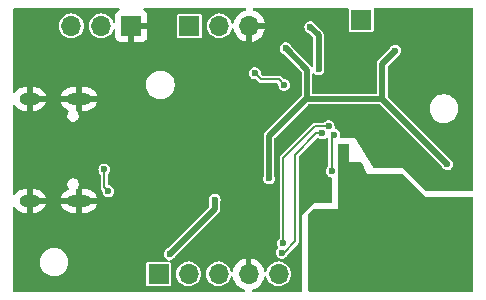
<source format=gbl>
G04 #@! TF.GenerationSoftware,KiCad,Pcbnew,8.0.3-8.0.3-0~ubuntu22.04.1*
G04 #@! TF.CreationDate,2025-02-10T22:12:32+01:00*
G04 #@! TF.ProjectId,garland_controller,6761726c-616e-4645-9f63-6f6e74726f6c,0.1*
G04 #@! TF.SameCoordinates,Original*
G04 #@! TF.FileFunction,Copper,L2,Bot*
G04 #@! TF.FilePolarity,Positive*
%FSLAX46Y46*%
G04 Gerber Fmt 4.6, Leading zero omitted, Abs format (unit mm)*
G04 Created by KiCad (PCBNEW 8.0.3-8.0.3-0~ubuntu22.04.1) date 2025-02-10 22:12:32*
%MOMM*%
%LPD*%
G01*
G04 APERTURE LIST*
G04 #@! TA.AperFunction,ComponentPad*
%ADD10R,1.700000X1.700000*%
G04 #@! TD*
G04 #@! TA.AperFunction,ComponentPad*
%ADD11O,1.700000X1.700000*%
G04 #@! TD*
G04 #@! TA.AperFunction,ComponentPad*
%ADD12O,2.100000X1.000000*%
G04 #@! TD*
G04 #@! TA.AperFunction,ComponentPad*
%ADD13O,1.800000X1.000000*%
G04 #@! TD*
G04 #@! TA.AperFunction,ViaPad*
%ADD14C,0.600000*%
G04 #@! TD*
G04 #@! TA.AperFunction,Conductor*
%ADD15C,0.500000*%
G04 #@! TD*
G04 #@! TA.AperFunction,Conductor*
%ADD16C,0.200000*%
G04 #@! TD*
G04 APERTURE END LIST*
D10*
X110540000Y-57000000D03*
D11*
X108000000Y-57000000D03*
X105460000Y-57000000D03*
D10*
X112840000Y-78000000D03*
D11*
X115380000Y-78000000D03*
X117920000Y-78000000D03*
X120460000Y-78000000D03*
X123000000Y-78000000D03*
D10*
X115460000Y-57000000D03*
D11*
X118000000Y-57000000D03*
X120540000Y-57000000D03*
D12*
X106105000Y-63180000D03*
D13*
X101925000Y-63180000D03*
D12*
X106105000Y-71820000D03*
D13*
X101925000Y-71820000D03*
D10*
X130000000Y-56500000D03*
D14*
X129799265Y-68950735D03*
X106200000Y-73800000D03*
X129800000Y-66100000D03*
X127150000Y-61000000D03*
X120700000Y-64800000D03*
X135357100Y-62170237D03*
X127900000Y-56800000D03*
X138500000Y-60500000D03*
X121100000Y-73200000D03*
X132817100Y-74870237D03*
X117577100Y-69790237D03*
X125889352Y-64250000D03*
X109957100Y-62170237D03*
X116500000Y-61400000D03*
X109957100Y-72330237D03*
X115037100Y-62170237D03*
X104877100Y-67250237D03*
X112497100Y-57090237D03*
X137897100Y-72330237D03*
X109957100Y-77410237D03*
X137200000Y-67100000D03*
X130277100Y-72330237D03*
X115037100Y-69790237D03*
X132817100Y-77410237D03*
X102337100Y-74870237D03*
X110837500Y-64837500D03*
X112700000Y-72500000D03*
X109000000Y-78900000D03*
X104500000Y-60000000D03*
X113800000Y-76300000D03*
X122200000Y-69900000D03*
X132900000Y-59100000D03*
X123600000Y-58900000D03*
X137300000Y-68700000D03*
X126386678Y-60680739D03*
X117600000Y-71700000D03*
X125700000Y-57100000D03*
X127700000Y-66200000D03*
X127500000Y-69300000D03*
X108250000Y-69150000D03*
X108600000Y-71000000D03*
X126684313Y-66100000D03*
X123286863Y-76191962D03*
X127250000Y-65500000D03*
X123400000Y-75400000D03*
X121000000Y-61000000D03*
X123500000Y-62000000D03*
D15*
X125400000Y-60700000D02*
X123600000Y-58900000D01*
X131800000Y-63200000D02*
X137300000Y-68700000D01*
X125300000Y-63200000D02*
X131800000Y-63200000D01*
X125400000Y-63200000D02*
X125400000Y-60700000D01*
X126386678Y-57786678D02*
X125700000Y-57100000D01*
X122200000Y-69900000D02*
X122200000Y-66300000D01*
X131800000Y-63200000D02*
X131800000Y-60200000D01*
X125300000Y-63200000D02*
X125400000Y-63200000D01*
X113800000Y-76300000D02*
X117600000Y-72500000D01*
X122200000Y-66300000D02*
X125300000Y-63200000D01*
X126386678Y-60680739D02*
X126386678Y-57786678D01*
X131800000Y-60200000D02*
X132900000Y-59100000D01*
X117600000Y-72500000D02*
X117600000Y-71700000D01*
D16*
X127700000Y-66200000D02*
X127500000Y-66400000D01*
X127500000Y-66400000D02*
X127500000Y-69300000D01*
X108250000Y-70650000D02*
X108600000Y-71000000D01*
X108250000Y-69150000D02*
X108250000Y-70650000D01*
X126200000Y-66100000D02*
X124400000Y-67900000D01*
X126684313Y-66100000D02*
X126200000Y-66100000D01*
X123456567Y-76191962D02*
X123286863Y-76191962D01*
X124400000Y-67900000D02*
X124400000Y-75248529D01*
X124400000Y-75248529D02*
X123456567Y-76191962D01*
X123400000Y-68200000D02*
X123400000Y-75400000D01*
X127250000Y-65500000D02*
X126100000Y-65500000D01*
X126100000Y-65500000D02*
X123400000Y-68200000D01*
X123500000Y-62000000D02*
X123000000Y-61500000D01*
X123000000Y-61500000D02*
X121500000Y-61500000D01*
X121500000Y-61500000D02*
X121000000Y-61000000D01*
G04 #@! TA.AperFunction,Conductor*
G36*
X109510083Y-55519407D02*
G01*
X109546047Y-55568907D01*
X109546047Y-55630093D01*
X109510083Y-55679593D01*
X109486489Y-55692258D01*
X109447909Y-55706647D01*
X109332815Y-55792807D01*
X109332807Y-55792815D01*
X109246647Y-55907909D01*
X109246646Y-55907911D01*
X109196403Y-56042618D01*
X109196401Y-56042629D01*
X109190000Y-56102175D01*
X109190000Y-56636638D01*
X109171093Y-56694829D01*
X109121593Y-56730793D01*
X109060407Y-56730793D01*
X109010907Y-56694829D01*
X108996263Y-56665376D01*
X108976401Y-56599901D01*
X108975232Y-56596046D01*
X108877685Y-56413550D01*
X108746410Y-56253590D01*
X108596123Y-56130253D01*
X108586452Y-56122316D01*
X108403954Y-56024768D01*
X108205934Y-55964699D01*
X108205929Y-55964698D01*
X108000003Y-55944417D01*
X107999997Y-55944417D01*
X107794070Y-55964698D01*
X107794065Y-55964699D01*
X107596045Y-56024768D01*
X107413547Y-56122316D01*
X107253595Y-56253585D01*
X107253585Y-56253595D01*
X107122316Y-56413547D01*
X107024768Y-56596045D01*
X106964699Y-56794065D01*
X106964698Y-56794070D01*
X106944417Y-56999996D01*
X106944417Y-57000003D01*
X106964698Y-57205929D01*
X106964699Y-57205934D01*
X107024768Y-57403954D01*
X107122316Y-57586452D01*
X107237964Y-57727370D01*
X107253590Y-57746410D01*
X107253595Y-57746414D01*
X107413547Y-57877683D01*
X107413548Y-57877683D01*
X107413550Y-57877685D01*
X107596046Y-57975232D01*
X107724801Y-58014289D01*
X107794065Y-58035300D01*
X107794070Y-58035301D01*
X107999997Y-58055583D01*
X108000000Y-58055583D01*
X108000003Y-58055583D01*
X108205929Y-58035301D01*
X108205934Y-58035300D01*
X108403954Y-57975232D01*
X108586450Y-57877685D01*
X108746410Y-57746410D01*
X108877685Y-57586450D01*
X108975232Y-57403954D01*
X108996263Y-57334622D01*
X109031248Y-57284426D01*
X109089056Y-57264380D01*
X109147607Y-57282141D01*
X109184536Y-57330925D01*
X109190000Y-57363361D01*
X109190000Y-57897824D01*
X109189999Y-57897824D01*
X109196401Y-57957370D01*
X109196403Y-57957381D01*
X109246646Y-58092088D01*
X109246647Y-58092090D01*
X109332807Y-58207184D01*
X109332815Y-58207192D01*
X109447909Y-58293352D01*
X109447911Y-58293353D01*
X109582618Y-58343596D01*
X109582629Y-58343598D01*
X109642176Y-58350000D01*
X110289999Y-58350000D01*
X110290000Y-58349999D01*
X110290000Y-57433012D01*
X110347007Y-57465925D01*
X110474174Y-57500000D01*
X110605826Y-57500000D01*
X110732993Y-57465925D01*
X110790000Y-57433012D01*
X110790000Y-58349999D01*
X110790001Y-58350000D01*
X111437824Y-58350000D01*
X111497370Y-58343598D01*
X111497381Y-58343596D01*
X111632088Y-58293353D01*
X111632090Y-58293352D01*
X111747184Y-58207192D01*
X111747192Y-58207184D01*
X111833352Y-58092090D01*
X111833353Y-58092088D01*
X111883596Y-57957381D01*
X111883598Y-57957370D01*
X111890000Y-57897824D01*
X111890000Y-57250001D01*
X111889999Y-57250000D01*
X110973012Y-57250000D01*
X111005925Y-57192993D01*
X111040000Y-57065826D01*
X111040000Y-56934174D01*
X111005925Y-56807007D01*
X110973012Y-56750000D01*
X111889999Y-56750000D01*
X111890000Y-56749999D01*
X111890000Y-56130253D01*
X114409500Y-56130253D01*
X114409500Y-57869746D01*
X114409501Y-57869758D01*
X114421132Y-57928227D01*
X114421134Y-57928233D01*
X114465445Y-57994548D01*
X114465448Y-57994552D01*
X114531769Y-58038867D01*
X114576231Y-58047711D01*
X114590241Y-58050498D01*
X114590246Y-58050498D01*
X114590252Y-58050500D01*
X114590253Y-58050500D01*
X116329747Y-58050500D01*
X116329748Y-58050500D01*
X116388231Y-58038867D01*
X116454552Y-57994552D01*
X116498867Y-57928231D01*
X116510500Y-57869748D01*
X116510500Y-56130252D01*
X116508921Y-56122316D01*
X116504915Y-56102175D01*
X116498867Y-56071769D01*
X116454552Y-56005448D01*
X116454548Y-56005445D01*
X116388233Y-55961134D01*
X116388231Y-55961133D01*
X116388228Y-55961132D01*
X116388227Y-55961132D01*
X116329758Y-55949501D01*
X116329748Y-55949500D01*
X114590252Y-55949500D01*
X114590251Y-55949500D01*
X114590241Y-55949501D01*
X114531772Y-55961132D01*
X114531766Y-55961134D01*
X114465451Y-56005445D01*
X114465445Y-56005451D01*
X114421134Y-56071766D01*
X114421132Y-56071772D01*
X114409501Y-56130241D01*
X114409500Y-56130253D01*
X111890000Y-56130253D01*
X111890000Y-56102175D01*
X111883598Y-56042629D01*
X111883596Y-56042618D01*
X111833353Y-55907911D01*
X111833352Y-55907909D01*
X111747192Y-55792815D01*
X111747184Y-55792807D01*
X111632090Y-55706647D01*
X111593511Y-55692258D01*
X111545597Y-55654208D01*
X111529199Y-55595261D01*
X111550581Y-55537933D01*
X111601575Y-55504122D01*
X111628108Y-55500500D01*
X120168231Y-55500500D01*
X120226422Y-55519407D01*
X120262386Y-55568907D01*
X120262386Y-55630093D01*
X120226422Y-55679593D01*
X120193854Y-55695127D01*
X120076505Y-55726570D01*
X119862432Y-55826394D01*
X119862424Y-55826398D01*
X119668926Y-55961886D01*
X119501886Y-56128926D01*
X119366398Y-56322424D01*
X119366394Y-56322432D01*
X119266570Y-56536505D01*
X119211183Y-56743213D01*
X119177859Y-56794527D01*
X119120737Y-56816454D01*
X119061637Y-56800618D01*
X119023132Y-56753068D01*
X119020819Y-56746328D01*
X119019874Y-56743213D01*
X118975232Y-56596046D01*
X118877685Y-56413550D01*
X118746410Y-56253590D01*
X118596123Y-56130253D01*
X118586452Y-56122316D01*
X118403954Y-56024768D01*
X118205934Y-55964699D01*
X118205929Y-55964698D01*
X118000003Y-55944417D01*
X117999997Y-55944417D01*
X117794070Y-55964698D01*
X117794065Y-55964699D01*
X117596045Y-56024768D01*
X117413547Y-56122316D01*
X117253595Y-56253585D01*
X117253585Y-56253595D01*
X117122316Y-56413547D01*
X117024768Y-56596045D01*
X116964699Y-56794065D01*
X116964698Y-56794070D01*
X116944417Y-56999996D01*
X116944417Y-57000003D01*
X116964698Y-57205929D01*
X116964699Y-57205934D01*
X117024768Y-57403954D01*
X117122316Y-57586452D01*
X117237964Y-57727370D01*
X117253590Y-57746410D01*
X117253595Y-57746414D01*
X117413547Y-57877683D01*
X117413548Y-57877683D01*
X117413550Y-57877685D01*
X117596046Y-57975232D01*
X117724801Y-58014289D01*
X117794065Y-58035300D01*
X117794070Y-58035301D01*
X117999997Y-58055583D01*
X118000000Y-58055583D01*
X118000003Y-58055583D01*
X118205929Y-58035301D01*
X118205934Y-58035300D01*
X118403954Y-57975232D01*
X118586450Y-57877685D01*
X118746410Y-57746410D01*
X118877685Y-57586450D01*
X118975232Y-57403954D01*
X119020819Y-57253670D01*
X119055804Y-57203474D01*
X119113612Y-57183428D01*
X119172163Y-57201189D01*
X119209092Y-57249973D01*
X119211183Y-57256786D01*
X119266569Y-57463489D01*
X119366399Y-57677577D01*
X119501886Y-57871073D01*
X119668926Y-58038113D01*
X119862422Y-58173600D01*
X120076509Y-58273430D01*
X120290000Y-58330634D01*
X120290000Y-57433012D01*
X120347007Y-57465925D01*
X120474174Y-57500000D01*
X120605826Y-57500000D01*
X120732993Y-57465925D01*
X120790000Y-57433012D01*
X120790000Y-58330633D01*
X121003490Y-58273430D01*
X121217577Y-58173600D01*
X121411073Y-58038113D01*
X121578113Y-57871073D01*
X121713600Y-57677577D01*
X121813430Y-57463489D01*
X121870636Y-57250000D01*
X120973012Y-57250000D01*
X121005925Y-57192993D01*
X121040000Y-57065826D01*
X121040000Y-56934174D01*
X121005925Y-56807007D01*
X120973012Y-56750000D01*
X121870636Y-56750000D01*
X121813429Y-56536505D01*
X121713605Y-56322432D01*
X121713601Y-56322424D01*
X121578113Y-56128926D01*
X121411073Y-55961886D01*
X121217577Y-55826399D01*
X121003489Y-55726569D01*
X120886146Y-55695127D01*
X120834832Y-55661803D01*
X120812905Y-55604681D01*
X120828741Y-55545581D01*
X120876290Y-55507076D01*
X120911769Y-55500500D01*
X128854677Y-55500500D01*
X128912868Y-55519407D01*
X128948832Y-55568907D01*
X128951775Y-55618814D01*
X128949500Y-55630249D01*
X128949500Y-57369746D01*
X128949501Y-57369758D01*
X128961132Y-57428227D01*
X128961134Y-57428233D01*
X128997156Y-57482143D01*
X129005448Y-57494552D01*
X129071769Y-57538867D01*
X129116231Y-57547711D01*
X129130241Y-57550498D01*
X129130246Y-57550498D01*
X129130252Y-57550500D01*
X129130253Y-57550500D01*
X130869747Y-57550500D01*
X130869748Y-57550500D01*
X130928231Y-57538867D01*
X130994552Y-57494552D01*
X131038867Y-57428231D01*
X131050500Y-57369748D01*
X131050500Y-55630252D01*
X131048225Y-55618814D01*
X131055417Y-55558053D01*
X131096949Y-55513123D01*
X131145323Y-55500500D01*
X139400500Y-55500500D01*
X139458691Y-55519407D01*
X139494655Y-55568907D01*
X139499500Y-55599500D01*
X139499500Y-70901000D01*
X139480593Y-70959191D01*
X139431093Y-70995155D01*
X139400500Y-71000000D01*
X135541008Y-71000000D01*
X135482817Y-70981093D01*
X135471004Y-70971004D01*
X134501500Y-70001500D01*
X133500000Y-69000000D01*
X133499999Y-69000000D01*
X131056053Y-69000000D01*
X130997862Y-68981093D01*
X130971161Y-68951935D01*
X129500000Y-66500000D01*
X128267265Y-66500000D01*
X128209074Y-66481093D01*
X128173110Y-66431593D01*
X128173110Y-66370407D01*
X128177211Y-66359874D01*
X128185166Y-66342454D01*
X128205647Y-66200002D01*
X128205647Y-66199997D01*
X128185165Y-66057543D01*
X128125377Y-65926628D01*
X128125377Y-65926627D01*
X128031128Y-65817857D01*
X128031127Y-65817856D01*
X128031126Y-65817855D01*
X127910057Y-65740049D01*
X127910054Y-65740048D01*
X127910053Y-65740047D01*
X127879131Y-65730967D01*
X127811095Y-65710990D01*
X127760588Y-65676454D01*
X127740027Y-65618826D01*
X127740995Y-65601911D01*
X127755647Y-65500002D01*
X127755647Y-65499997D01*
X127735165Y-65357543D01*
X127675377Y-65226628D01*
X127675377Y-65226627D01*
X127581128Y-65117857D01*
X127581127Y-65117856D01*
X127581126Y-65117855D01*
X127460057Y-65040049D01*
X127460054Y-65040047D01*
X127460053Y-65040047D01*
X127460050Y-65040046D01*
X127321964Y-64999500D01*
X127321961Y-64999500D01*
X127178039Y-64999500D01*
X127178035Y-64999500D01*
X127039949Y-65040046D01*
X127039942Y-65040049D01*
X126918876Y-65117854D01*
X126918871Y-65117858D01*
X126877736Y-65165331D01*
X126825340Y-65196927D01*
X126802917Y-65199500D01*
X126139562Y-65199500D01*
X126060438Y-65199500D01*
X126019385Y-65210500D01*
X125984007Y-65219979D01*
X125915493Y-65259536D01*
X123215489Y-67959540D01*
X123215488Y-67959539D01*
X123159539Y-68015489D01*
X123119980Y-68084007D01*
X123119978Y-68084011D01*
X123099500Y-68160435D01*
X123099500Y-74946105D01*
X123080593Y-75004296D01*
X123073258Y-75012289D01*
X123073509Y-75012506D01*
X122974622Y-75126628D01*
X122914834Y-75257543D01*
X122894353Y-75399997D01*
X122894353Y-75400002D01*
X122914834Y-75542456D01*
X122974620Y-75673367D01*
X122974623Y-75673373D01*
X122974626Y-75673376D01*
X122977811Y-75678332D01*
X122993367Y-75737507D01*
X122971170Y-75794524D01*
X122959365Y-75806672D01*
X122955740Y-75809813D01*
X122861485Y-75918590D01*
X122801697Y-76049505D01*
X122781216Y-76191959D01*
X122781216Y-76191964D01*
X122801697Y-76334418D01*
X122851037Y-76442456D01*
X122861486Y-76465335D01*
X122870862Y-76476155D01*
X122955736Y-76574106D01*
X123076805Y-76651912D01*
X123076810Y-76651915D01*
X123136237Y-76669364D01*
X123214898Y-76692461D01*
X123214899Y-76692461D01*
X123214902Y-76692462D01*
X123214904Y-76692462D01*
X123358822Y-76692462D01*
X123358824Y-76692462D01*
X123496916Y-76651915D01*
X123617991Y-76574105D01*
X123712240Y-76465335D01*
X123772028Y-76334419D01*
X123772870Y-76328559D01*
X123799862Y-76273651D01*
X123800790Y-76272708D01*
X124640460Y-75433040D01*
X124659536Y-75400000D01*
X124680020Y-75364521D01*
X124680020Y-75364519D01*
X124680022Y-75364517D01*
X124700500Y-75288091D01*
X124700500Y-75208967D01*
X124700500Y-68065478D01*
X124719407Y-68007287D01*
X124729490Y-67995480D01*
X126229592Y-66495377D01*
X126284107Y-66467602D01*
X126344539Y-66477173D01*
X126353118Y-66482099D01*
X126353183Y-66482140D01*
X126353185Y-66482143D01*
X126474260Y-66559953D01*
X126580716Y-66591211D01*
X126612348Y-66600499D01*
X126612349Y-66600499D01*
X126612352Y-66600500D01*
X126612354Y-66600500D01*
X126756272Y-66600500D01*
X126756274Y-66600500D01*
X126894366Y-66559953D01*
X127015441Y-66482143D01*
X127025680Y-66470325D01*
X127078076Y-66438730D01*
X127139037Y-66443966D01*
X127185278Y-66484033D01*
X127199500Y-66535157D01*
X127199500Y-68846105D01*
X127180593Y-68904296D01*
X127173258Y-68912289D01*
X127173509Y-68912506D01*
X127168872Y-68917856D01*
X127168872Y-68917857D01*
X127114078Y-68981093D01*
X127074622Y-69026628D01*
X127014834Y-69157543D01*
X126994353Y-69299997D01*
X126994353Y-69300002D01*
X127014834Y-69442456D01*
X127059043Y-69539259D01*
X127074623Y-69573373D01*
X127168872Y-69682143D01*
X127168873Y-69682144D01*
X127198570Y-69701229D01*
X127289947Y-69759953D01*
X127428039Y-69800500D01*
X127428040Y-69800500D01*
X127428891Y-69800750D01*
X127479398Y-69835286D01*
X127499960Y-69892913D01*
X127500000Y-69895740D01*
X127500000Y-71901000D01*
X127481093Y-71959191D01*
X127431593Y-71995155D01*
X127401000Y-72000000D01*
X126000000Y-72000000D01*
X125000000Y-73000000D01*
X125000000Y-73000001D01*
X125000000Y-79400500D01*
X124981093Y-79458691D01*
X124931593Y-79494655D01*
X124901000Y-79499500D01*
X120831769Y-79499500D01*
X120773578Y-79480593D01*
X120737614Y-79431093D01*
X120737614Y-79369907D01*
X120773578Y-79320407D01*
X120806146Y-79304873D01*
X120923489Y-79273430D01*
X121137577Y-79173600D01*
X121331073Y-79038113D01*
X121498113Y-78871073D01*
X121633600Y-78677577D01*
X121733430Y-78463490D01*
X121788816Y-78256786D01*
X121822140Y-78205472D01*
X121879261Y-78183545D01*
X121938362Y-78199380D01*
X121976867Y-78246930D01*
X121979180Y-78253671D01*
X122024768Y-78403954D01*
X122122316Y-78586452D01*
X122253585Y-78746404D01*
X122253590Y-78746410D01*
X122253595Y-78746414D01*
X122413547Y-78877683D01*
X122413548Y-78877683D01*
X122413550Y-78877685D01*
X122596046Y-78975232D01*
X122733997Y-79017078D01*
X122794065Y-79035300D01*
X122794070Y-79035301D01*
X122999997Y-79055583D01*
X123000000Y-79055583D01*
X123000003Y-79055583D01*
X123205929Y-79035301D01*
X123205934Y-79035300D01*
X123403954Y-78975232D01*
X123586450Y-78877685D01*
X123746410Y-78746410D01*
X123877685Y-78586450D01*
X123975232Y-78403954D01*
X124035300Y-78205934D01*
X124035301Y-78205929D01*
X124055583Y-78000003D01*
X124055583Y-77999996D01*
X124035301Y-77794070D01*
X124035300Y-77794065D01*
X123986879Y-77634443D01*
X123975232Y-77596046D01*
X123877685Y-77413550D01*
X123746410Y-77253590D01*
X123596123Y-77130253D01*
X123586452Y-77122316D01*
X123403954Y-77024768D01*
X123205934Y-76964699D01*
X123205929Y-76964698D01*
X123000003Y-76944417D01*
X122999997Y-76944417D01*
X122794070Y-76964698D01*
X122794065Y-76964699D01*
X122596045Y-77024768D01*
X122413547Y-77122316D01*
X122253595Y-77253585D01*
X122253585Y-77253595D01*
X122122316Y-77413547D01*
X122024769Y-77596044D01*
X122024768Y-77596046D01*
X122013121Y-77634443D01*
X121979180Y-77746329D01*
X121944195Y-77796525D01*
X121886386Y-77816571D01*
X121827836Y-77798810D01*
X121790907Y-77750025D01*
X121788816Y-77743213D01*
X121733429Y-77536504D01*
X121633605Y-77322432D01*
X121633601Y-77322424D01*
X121498113Y-77128926D01*
X121331073Y-76961886D01*
X121137577Y-76826399D01*
X120923489Y-76726569D01*
X120710000Y-76669364D01*
X120710000Y-77566988D01*
X120652993Y-77534075D01*
X120525826Y-77500000D01*
X120394174Y-77500000D01*
X120267007Y-77534075D01*
X120210000Y-77566988D01*
X120210000Y-76669364D01*
X119996505Y-76726570D01*
X119782432Y-76826394D01*
X119782424Y-76826398D01*
X119588926Y-76961886D01*
X119421886Y-77128926D01*
X119286398Y-77322424D01*
X119286394Y-77322432D01*
X119186570Y-77536505D01*
X119131183Y-77743213D01*
X119097859Y-77794527D01*
X119040737Y-77816454D01*
X118981637Y-77800618D01*
X118943132Y-77753068D01*
X118940819Y-77746328D01*
X118906879Y-77634443D01*
X118895232Y-77596046D01*
X118797685Y-77413550D01*
X118666410Y-77253590D01*
X118516123Y-77130253D01*
X118506452Y-77122316D01*
X118323954Y-77024768D01*
X118125934Y-76964699D01*
X118125929Y-76964698D01*
X117920003Y-76944417D01*
X117919997Y-76944417D01*
X117714070Y-76964698D01*
X117714065Y-76964699D01*
X117516045Y-77024768D01*
X117333547Y-77122316D01*
X117173595Y-77253585D01*
X117173585Y-77253595D01*
X117042316Y-77413547D01*
X116944768Y-77596045D01*
X116884699Y-77794065D01*
X116884698Y-77794070D01*
X116864417Y-77999996D01*
X116864417Y-78000003D01*
X116884698Y-78205929D01*
X116884699Y-78205934D01*
X116944768Y-78403954D01*
X117042316Y-78586452D01*
X117173585Y-78746404D01*
X117173590Y-78746410D01*
X117173595Y-78746414D01*
X117333547Y-78877683D01*
X117333548Y-78877683D01*
X117333550Y-78877685D01*
X117516046Y-78975232D01*
X117653997Y-79017078D01*
X117714065Y-79035300D01*
X117714070Y-79035301D01*
X117919997Y-79055583D01*
X117920000Y-79055583D01*
X117920003Y-79055583D01*
X118125929Y-79035301D01*
X118125934Y-79035300D01*
X118323954Y-78975232D01*
X118506450Y-78877685D01*
X118666410Y-78746410D01*
X118797685Y-78586450D01*
X118895232Y-78403954D01*
X118940819Y-78253670D01*
X118975804Y-78203474D01*
X119033612Y-78183428D01*
X119092163Y-78201189D01*
X119129092Y-78249973D01*
X119131183Y-78256786D01*
X119186569Y-78463489D01*
X119286399Y-78677577D01*
X119421886Y-78871073D01*
X119588926Y-79038113D01*
X119782422Y-79173600D01*
X119996510Y-79273430D01*
X120113854Y-79304873D01*
X120165168Y-79338197D01*
X120187095Y-79395319D01*
X120171259Y-79454419D01*
X120123710Y-79492924D01*
X120088231Y-79499500D01*
X100599500Y-79499500D01*
X100541309Y-79480593D01*
X100505345Y-79431093D01*
X100500500Y-79400500D01*
X100500500Y-76904728D01*
X102789500Y-76904728D01*
X102789500Y-77095271D01*
X102819306Y-77283456D01*
X102878185Y-77464669D01*
X102964687Y-77634439D01*
X102964689Y-77634443D01*
X103076677Y-77788582D01*
X103076679Y-77788584D01*
X103076682Y-77788588D01*
X103211412Y-77923318D01*
X103211415Y-77923320D01*
X103211417Y-77923322D01*
X103365556Y-78035310D01*
X103365560Y-78035312D01*
X103535329Y-78121814D01*
X103716541Y-78180693D01*
X103791817Y-78192615D01*
X103904729Y-78210500D01*
X103904732Y-78210500D01*
X104095271Y-78210500D01*
X104205801Y-78192993D01*
X104283459Y-78180693D01*
X104464671Y-78121814D01*
X104634440Y-78035312D01*
X104788588Y-77923318D01*
X104923318Y-77788588D01*
X105035312Y-77634440D01*
X105121814Y-77464671D01*
X105180693Y-77283459D01*
X105204959Y-77130253D01*
X111789500Y-77130253D01*
X111789500Y-78869746D01*
X111789501Y-78869758D01*
X111801132Y-78928227D01*
X111801134Y-78928233D01*
X111845445Y-78994548D01*
X111845448Y-78994552D01*
X111911769Y-79038867D01*
X111956231Y-79047711D01*
X111970241Y-79050498D01*
X111970246Y-79050498D01*
X111970252Y-79050500D01*
X111970253Y-79050500D01*
X113709747Y-79050500D01*
X113709748Y-79050500D01*
X113768231Y-79038867D01*
X113834552Y-78994552D01*
X113878867Y-78928231D01*
X113890500Y-78869748D01*
X113890500Y-77999996D01*
X114324417Y-77999996D01*
X114324417Y-78000003D01*
X114344698Y-78205929D01*
X114344699Y-78205934D01*
X114404768Y-78403954D01*
X114502316Y-78586452D01*
X114633585Y-78746404D01*
X114633590Y-78746410D01*
X114633595Y-78746414D01*
X114793547Y-78877683D01*
X114793548Y-78877683D01*
X114793550Y-78877685D01*
X114976046Y-78975232D01*
X115113997Y-79017078D01*
X115174065Y-79035300D01*
X115174070Y-79035301D01*
X115379997Y-79055583D01*
X115380000Y-79055583D01*
X115380003Y-79055583D01*
X115585929Y-79035301D01*
X115585934Y-79035300D01*
X115783954Y-78975232D01*
X115966450Y-78877685D01*
X116126410Y-78746410D01*
X116257685Y-78586450D01*
X116355232Y-78403954D01*
X116415300Y-78205934D01*
X116415301Y-78205929D01*
X116435583Y-78000003D01*
X116435583Y-77999996D01*
X116415301Y-77794070D01*
X116415300Y-77794065D01*
X116366879Y-77634443D01*
X116355232Y-77596046D01*
X116257685Y-77413550D01*
X116126410Y-77253590D01*
X115976123Y-77130253D01*
X115966452Y-77122316D01*
X115783954Y-77024768D01*
X115585934Y-76964699D01*
X115585929Y-76964698D01*
X115380003Y-76944417D01*
X115379997Y-76944417D01*
X115174070Y-76964698D01*
X115174065Y-76964699D01*
X114976045Y-77024768D01*
X114793547Y-77122316D01*
X114633595Y-77253585D01*
X114633585Y-77253595D01*
X114502316Y-77413547D01*
X114404768Y-77596045D01*
X114344699Y-77794065D01*
X114344698Y-77794070D01*
X114324417Y-77999996D01*
X113890500Y-77999996D01*
X113890500Y-77130252D01*
X113888921Y-77122316D01*
X113883541Y-77095268D01*
X113878867Y-77071769D01*
X113834552Y-77005448D01*
X113799182Y-76981814D01*
X113761304Y-76933765D01*
X113758902Y-76872627D01*
X113792895Y-76821753D01*
X113850299Y-76800576D01*
X113854185Y-76800500D01*
X113871959Y-76800500D01*
X113871961Y-76800500D01*
X114010053Y-76759953D01*
X114131128Y-76682143D01*
X114225377Y-76573373D01*
X114269776Y-76476151D01*
X114289821Y-76447280D01*
X117960490Y-72776613D01*
X118019799Y-72673886D01*
X118050500Y-72559309D01*
X118050500Y-71939897D01*
X118059446Y-71898771D01*
X118085165Y-71842457D01*
X118085165Y-71842455D01*
X118085166Y-71842454D01*
X118105647Y-71700002D01*
X118105647Y-71699997D01*
X118085165Y-71557543D01*
X118059114Y-71500500D01*
X118025377Y-71426627D01*
X117931128Y-71317857D01*
X117931127Y-71317856D01*
X117931126Y-71317855D01*
X117810057Y-71240049D01*
X117810054Y-71240047D01*
X117810053Y-71240047D01*
X117778714Y-71230845D01*
X117671964Y-71199500D01*
X117671961Y-71199500D01*
X117528039Y-71199500D01*
X117528035Y-71199500D01*
X117389949Y-71240046D01*
X117389942Y-71240049D01*
X117268873Y-71317855D01*
X117174622Y-71426628D01*
X117114834Y-71557543D01*
X117094353Y-71699997D01*
X117094353Y-71700002D01*
X117114833Y-71842454D01*
X117128286Y-71871911D01*
X117140553Y-71898771D01*
X117149500Y-71939897D01*
X117149500Y-72272388D01*
X117130593Y-72330579D01*
X117120504Y-72342392D01*
X113654392Y-75808503D01*
X113612281Y-75833488D01*
X113589949Y-75840045D01*
X113589947Y-75840046D01*
X113468873Y-75917855D01*
X113374622Y-76026628D01*
X113314834Y-76157543D01*
X113294353Y-76299997D01*
X113294353Y-76300002D01*
X113314834Y-76442456D01*
X113357249Y-76535330D01*
X113374623Y-76573373D01*
X113457799Y-76669364D01*
X113468873Y-76682144D01*
X113589946Y-76759953D01*
X113591026Y-76760446D01*
X113591755Y-76761115D01*
X113595903Y-76763781D01*
X113595441Y-76764498D01*
X113636105Y-76801817D01*
X113648257Y-76861783D01*
X113622841Y-76917440D01*
X113569564Y-76947528D01*
X113549902Y-76949500D01*
X111970252Y-76949500D01*
X111970251Y-76949500D01*
X111970241Y-76949501D01*
X111911772Y-76961132D01*
X111911766Y-76961134D01*
X111845451Y-77005445D01*
X111845445Y-77005451D01*
X111801134Y-77071766D01*
X111801132Y-77071772D01*
X111789501Y-77130241D01*
X111789500Y-77130253D01*
X105204959Y-77130253D01*
X105210500Y-77095268D01*
X105210500Y-76904732D01*
X105210500Y-76904728D01*
X105180693Y-76716543D01*
X105180693Y-76716541D01*
X105121814Y-76535329D01*
X105035312Y-76365560D01*
X105035310Y-76365556D01*
X104923322Y-76211417D01*
X104923320Y-76211415D01*
X104923318Y-76211412D01*
X104788588Y-76076682D01*
X104788584Y-76076679D01*
X104788582Y-76076677D01*
X104634443Y-75964689D01*
X104634439Y-75964687D01*
X104464669Y-75878185D01*
X104283456Y-75819306D01*
X104095271Y-75789500D01*
X104095268Y-75789500D01*
X103904732Y-75789500D01*
X103904729Y-75789500D01*
X103716543Y-75819306D01*
X103535330Y-75878185D01*
X103365560Y-75964687D01*
X103365556Y-75964689D01*
X103211417Y-76076677D01*
X103076677Y-76211417D01*
X102964689Y-76365556D01*
X102964687Y-76365560D01*
X102878185Y-76535330D01*
X102819306Y-76716543D01*
X102789500Y-76904728D01*
X100500500Y-76904728D01*
X100500500Y-72413040D01*
X100519407Y-72354849D01*
X100568907Y-72318885D01*
X100630093Y-72318885D01*
X100679593Y-72354849D01*
X100681815Y-72358038D01*
X100748249Y-72457462D01*
X100748252Y-72457466D01*
X100887533Y-72596747D01*
X100887537Y-72596750D01*
X101051314Y-72706185D01*
X101051326Y-72706191D01*
X101233310Y-72781570D01*
X101426506Y-72819999D01*
X101426510Y-72820000D01*
X101674999Y-72820000D01*
X101675000Y-72819999D01*
X101675000Y-72120000D01*
X102175000Y-72120000D01*
X102175000Y-72819999D01*
X102175001Y-72820000D01*
X102423490Y-72820000D01*
X102423493Y-72819999D01*
X102616688Y-72781570D01*
X102616690Y-72781570D01*
X102798673Y-72706191D01*
X102798685Y-72706185D01*
X102962462Y-72596750D01*
X102962466Y-72596747D01*
X103101747Y-72457466D01*
X103101750Y-72457462D01*
X103211185Y-72293685D01*
X103211191Y-72293673D01*
X103286568Y-72111695D01*
X103286571Y-72111684D01*
X103294863Y-72070000D01*
X102491988Y-72070000D01*
X102509205Y-72060060D01*
X102565060Y-72004205D01*
X102604556Y-71935796D01*
X102625000Y-71859496D01*
X102625000Y-71780504D01*
X102604556Y-71704204D01*
X102565060Y-71635795D01*
X102509205Y-71579940D01*
X102491988Y-71570000D01*
X103294862Y-71570000D01*
X104585137Y-71570000D01*
X105388012Y-71570000D01*
X105370795Y-71579940D01*
X105314940Y-71635795D01*
X105275444Y-71704204D01*
X105255000Y-71780504D01*
X105255000Y-71859496D01*
X105275444Y-71935796D01*
X105314940Y-72004205D01*
X105370795Y-72060060D01*
X105388012Y-72070000D01*
X104585137Y-72070000D01*
X104593428Y-72111684D01*
X104593431Y-72111695D01*
X104668808Y-72293673D01*
X104668814Y-72293685D01*
X104778249Y-72457462D01*
X104778252Y-72457466D01*
X104917533Y-72596747D01*
X104917537Y-72596750D01*
X105081314Y-72706185D01*
X105081326Y-72706191D01*
X105263310Y-72781570D01*
X105456506Y-72819999D01*
X105456510Y-72820000D01*
X105854999Y-72820000D01*
X105855000Y-72819999D01*
X105855000Y-72120000D01*
X106355000Y-72120000D01*
X106355000Y-72819999D01*
X106355001Y-72820000D01*
X106753490Y-72820000D01*
X106753493Y-72819999D01*
X106946688Y-72781570D01*
X106946690Y-72781570D01*
X107128673Y-72706191D01*
X107128685Y-72706185D01*
X107292462Y-72596750D01*
X107292466Y-72596747D01*
X107431747Y-72457466D01*
X107431750Y-72457462D01*
X107541185Y-72293685D01*
X107541191Y-72293673D01*
X107616568Y-72111695D01*
X107616571Y-72111684D01*
X107624863Y-72070000D01*
X106821988Y-72070000D01*
X106839205Y-72060060D01*
X106895060Y-72004205D01*
X106934556Y-71935796D01*
X106955000Y-71859496D01*
X106955000Y-71780504D01*
X106934556Y-71704204D01*
X106895060Y-71635795D01*
X106839205Y-71579940D01*
X106821988Y-71570000D01*
X107624862Y-71570000D01*
X107616571Y-71528315D01*
X107616568Y-71528304D01*
X107541191Y-71346326D01*
X107541185Y-71346314D01*
X107431750Y-71182537D01*
X107431747Y-71182533D01*
X107292466Y-71043252D01*
X107292462Y-71043249D01*
X107128685Y-70933814D01*
X107128673Y-70933808D01*
X106946689Y-70858429D01*
X106753493Y-70820000D01*
X106355001Y-70820000D01*
X106355000Y-70820001D01*
X106355000Y-71520000D01*
X105855000Y-71520000D01*
X105855000Y-70863426D01*
X105873907Y-70805235D01*
X105898471Y-70783120D01*
X105897955Y-70782447D01*
X105903098Y-70778499D01*
X105903104Y-70778496D01*
X105993496Y-70688104D01*
X106057414Y-70577396D01*
X106090500Y-70453917D01*
X106090500Y-70326083D01*
X106057414Y-70202604D01*
X106057412Y-70202601D01*
X106057412Y-70202599D01*
X105993499Y-70091900D01*
X105993497Y-70091898D01*
X105993496Y-70091896D01*
X105903104Y-70001504D01*
X105903101Y-70001502D01*
X105903099Y-70001500D01*
X105792399Y-69937587D01*
X105792401Y-69937587D01*
X105744489Y-69924749D01*
X105668917Y-69904500D01*
X105541083Y-69904500D01*
X105465510Y-69924749D01*
X105417599Y-69937587D01*
X105306900Y-70001500D01*
X105216500Y-70091900D01*
X105152587Y-70202599D01*
X105152586Y-70202604D01*
X105119500Y-70326083D01*
X105119500Y-70453917D01*
X105142579Y-70540049D01*
X105152587Y-70577400D01*
X105216500Y-70688099D01*
X105216502Y-70688101D01*
X105216504Y-70688104D01*
X105245885Y-70717485D01*
X105273661Y-70772000D01*
X105264090Y-70832432D01*
X105220825Y-70875697D01*
X105213766Y-70878951D01*
X105081323Y-70933810D01*
X105081314Y-70933814D01*
X104917537Y-71043249D01*
X104917533Y-71043252D01*
X104778252Y-71182533D01*
X104778249Y-71182537D01*
X104668814Y-71346314D01*
X104668808Y-71346326D01*
X104593431Y-71528304D01*
X104593428Y-71528315D01*
X104585137Y-71570000D01*
X103294862Y-71570000D01*
X103286571Y-71528315D01*
X103286568Y-71528304D01*
X103211191Y-71346326D01*
X103211185Y-71346314D01*
X103101750Y-71182537D01*
X103101747Y-71182533D01*
X102962466Y-71043252D01*
X102962462Y-71043249D01*
X102798685Y-70933814D01*
X102798673Y-70933808D01*
X102616689Y-70858429D01*
X102423493Y-70820000D01*
X102175001Y-70820000D01*
X102175000Y-70820001D01*
X102175000Y-71520000D01*
X101675000Y-71520000D01*
X101675000Y-70820001D01*
X101674999Y-70820000D01*
X101426506Y-70820000D01*
X101233311Y-70858429D01*
X101233309Y-70858429D01*
X101051326Y-70933808D01*
X101051314Y-70933814D01*
X100887537Y-71043249D01*
X100887533Y-71043252D01*
X100748248Y-71182537D01*
X100681815Y-71281961D01*
X100633765Y-71319840D01*
X100572626Y-71322242D01*
X100521753Y-71288248D01*
X100500576Y-71230845D01*
X100500500Y-71226959D01*
X100500500Y-69149997D01*
X107744353Y-69149997D01*
X107744353Y-69150002D01*
X107764834Y-69292456D01*
X107824623Y-69423373D01*
X107923509Y-69537494D01*
X107921471Y-69539259D01*
X107946925Y-69581458D01*
X107949500Y-69603893D01*
X107949500Y-70689564D01*
X107969978Y-70765988D01*
X107969979Y-70765989D01*
X107998557Y-70815487D01*
X107998558Y-70815491D01*
X107998559Y-70815491D01*
X108009538Y-70834508D01*
X108009539Y-70834510D01*
X108069453Y-70894425D01*
X108097230Y-70948942D01*
X108097442Y-70978515D01*
X108094353Y-71000000D01*
X108114834Y-71142456D01*
X108133137Y-71182533D01*
X108174623Y-71273373D01*
X108237837Y-71346326D01*
X108268873Y-71382144D01*
X108338092Y-71426628D01*
X108389947Y-71459953D01*
X108496403Y-71491211D01*
X108528035Y-71500499D01*
X108528036Y-71500499D01*
X108528039Y-71500500D01*
X108528041Y-71500500D01*
X108671959Y-71500500D01*
X108671961Y-71500500D01*
X108810053Y-71459953D01*
X108931128Y-71382143D01*
X109025377Y-71273373D01*
X109085165Y-71142457D01*
X109105647Y-71000000D01*
X109104950Y-70995155D01*
X109085165Y-70857543D01*
X109078256Y-70842414D01*
X109025377Y-70726627D01*
X108931128Y-70617857D01*
X108931127Y-70617856D01*
X108931126Y-70617855D01*
X108810057Y-70540049D01*
X108810054Y-70540047D01*
X108810053Y-70540047D01*
X108810050Y-70540046D01*
X108671964Y-70499500D01*
X108671961Y-70499500D01*
X108649500Y-70499500D01*
X108591309Y-70480593D01*
X108555345Y-70431093D01*
X108550500Y-70400500D01*
X108550500Y-69899997D01*
X121694353Y-69899997D01*
X121694353Y-69900002D01*
X121714834Y-70042456D01*
X121737413Y-70091896D01*
X121774623Y-70173373D01*
X121799952Y-70202604D01*
X121868873Y-70282144D01*
X121989942Y-70359950D01*
X121989947Y-70359953D01*
X122096403Y-70391211D01*
X122128035Y-70400499D01*
X122128036Y-70400499D01*
X122128039Y-70400500D01*
X122128041Y-70400500D01*
X122271959Y-70400500D01*
X122271961Y-70400500D01*
X122410053Y-70359953D01*
X122531128Y-70282143D01*
X122625377Y-70173373D01*
X122685165Y-70042457D01*
X122705647Y-69900000D01*
X122685165Y-69757543D01*
X122659447Y-69701229D01*
X122650500Y-69660102D01*
X122650500Y-66527611D01*
X122669407Y-66469420D01*
X122679496Y-66457607D01*
X125457607Y-63679496D01*
X125512124Y-63651719D01*
X125527611Y-63650500D01*
X131572389Y-63650500D01*
X131630580Y-63669407D01*
X131642393Y-63679496D01*
X136810176Y-68847280D01*
X136830225Y-68876157D01*
X136849269Y-68917857D01*
X136874623Y-68973373D01*
X136968872Y-69082143D01*
X136968873Y-69082144D01*
X137074463Y-69150002D01*
X137089947Y-69159953D01*
X137196403Y-69191211D01*
X137228035Y-69200499D01*
X137228036Y-69200499D01*
X137228039Y-69200500D01*
X137228041Y-69200500D01*
X137371959Y-69200500D01*
X137371961Y-69200500D01*
X137510053Y-69159953D01*
X137631128Y-69082143D01*
X137725377Y-68973373D01*
X137785165Y-68842457D01*
X137805647Y-68700000D01*
X137804216Y-68690049D01*
X137785165Y-68557543D01*
X137725377Y-68426628D01*
X137725377Y-68426627D01*
X137631128Y-68317857D01*
X137631127Y-68317856D01*
X137631126Y-68317855D01*
X137510054Y-68240047D01*
X137487719Y-68233489D01*
X137445607Y-68208503D01*
X133141832Y-63904728D01*
X135789500Y-63904728D01*
X135789500Y-64095271D01*
X135819306Y-64283456D01*
X135878185Y-64464669D01*
X135964687Y-64634439D01*
X135964689Y-64634443D01*
X136076677Y-64788582D01*
X136076679Y-64788584D01*
X136076682Y-64788588D01*
X136211412Y-64923318D01*
X136211415Y-64923320D01*
X136211417Y-64923322D01*
X136365556Y-65035310D01*
X136365560Y-65035312D01*
X136535329Y-65121814D01*
X136716541Y-65180693D01*
X136791817Y-65192615D01*
X136904729Y-65210500D01*
X136904732Y-65210500D01*
X137095271Y-65210500D01*
X137189363Y-65195596D01*
X137283459Y-65180693D01*
X137464671Y-65121814D01*
X137634440Y-65035312D01*
X137788588Y-64923318D01*
X137923318Y-64788588D01*
X138035312Y-64634440D01*
X138121814Y-64464671D01*
X138180693Y-64283459D01*
X138200630Y-64157586D01*
X138210500Y-64095271D01*
X138210500Y-63904728D01*
X138180693Y-63716543D01*
X138180693Y-63716541D01*
X138121814Y-63535329D01*
X138035312Y-63365560D01*
X138035310Y-63365556D01*
X137923322Y-63211417D01*
X137923320Y-63211415D01*
X137923318Y-63211412D01*
X137788588Y-63076682D01*
X137788584Y-63076679D01*
X137788582Y-63076677D01*
X137634443Y-62964689D01*
X137634439Y-62964687D01*
X137464669Y-62878185D01*
X137283456Y-62819306D01*
X137095271Y-62789500D01*
X137095268Y-62789500D01*
X136904732Y-62789500D01*
X136904729Y-62789500D01*
X136716543Y-62819306D01*
X136535330Y-62878185D01*
X136365560Y-62964687D01*
X136365556Y-62964689D01*
X136211417Y-63076677D01*
X136076677Y-63211417D01*
X135964689Y-63365556D01*
X135964687Y-63365560D01*
X135878185Y-63535330D01*
X135819306Y-63716543D01*
X135789500Y-63904728D01*
X133141832Y-63904728D01*
X132279496Y-63042392D01*
X132251719Y-62987875D01*
X132250500Y-62972388D01*
X132250500Y-60427610D01*
X132269407Y-60369419D01*
X132279490Y-60357612D01*
X133045607Y-59591494D01*
X133087723Y-59566509D01*
X133110053Y-59559953D01*
X133231128Y-59482143D01*
X133325377Y-59373373D01*
X133385165Y-59242457D01*
X133405647Y-59100000D01*
X133385165Y-58957543D01*
X133325377Y-58826627D01*
X133231128Y-58717857D01*
X133231127Y-58717856D01*
X133231126Y-58717855D01*
X133110057Y-58640049D01*
X133110054Y-58640047D01*
X133110053Y-58640047D01*
X133110050Y-58640046D01*
X132971964Y-58599500D01*
X132971961Y-58599500D01*
X132828039Y-58599500D01*
X132828035Y-58599500D01*
X132689949Y-58640046D01*
X132689942Y-58640049D01*
X132568873Y-58717855D01*
X132474621Y-58826628D01*
X132430224Y-58923843D01*
X132410175Y-58952719D01*
X131439511Y-59923385D01*
X131439507Y-59923390D01*
X131380200Y-60026112D01*
X131380200Y-60026113D01*
X131380201Y-60026114D01*
X131349500Y-60140692D01*
X131349500Y-62650500D01*
X131330593Y-62708691D01*
X131281093Y-62744655D01*
X131250500Y-62749500D01*
X125949500Y-62749500D01*
X125891309Y-62730593D01*
X125855345Y-62681093D01*
X125850500Y-62650500D01*
X125850500Y-61091670D01*
X125869407Y-61033479D01*
X125918907Y-60997515D01*
X125980093Y-60997515D01*
X126024319Y-61026839D01*
X126055550Y-61062882D01*
X126176625Y-61140692D01*
X126278157Y-61170504D01*
X126314713Y-61181238D01*
X126314714Y-61181238D01*
X126314717Y-61181239D01*
X126314719Y-61181239D01*
X126458637Y-61181239D01*
X126458639Y-61181239D01*
X126596731Y-61140692D01*
X126717806Y-61062882D01*
X126812055Y-60954112D01*
X126871843Y-60823196D01*
X126885727Y-60726628D01*
X126892325Y-60680741D01*
X126892325Y-60680736D01*
X126871843Y-60538282D01*
X126846125Y-60481968D01*
X126837178Y-60440841D01*
X126837178Y-57727370D01*
X126823836Y-57677577D01*
X126806477Y-57612792D01*
X126775970Y-57559953D01*
X126747167Y-57510064D01*
X126189822Y-56952719D01*
X126169776Y-56923846D01*
X126125377Y-56826627D01*
X126031128Y-56717857D01*
X126031127Y-56717856D01*
X126031126Y-56717855D01*
X125910057Y-56640049D01*
X125910054Y-56640047D01*
X125910053Y-56640047D01*
X125910050Y-56640046D01*
X125771964Y-56599500D01*
X125771961Y-56599500D01*
X125628039Y-56599500D01*
X125628035Y-56599500D01*
X125489949Y-56640046D01*
X125489942Y-56640049D01*
X125368873Y-56717855D01*
X125274622Y-56826628D01*
X125214834Y-56957543D01*
X125194353Y-57099997D01*
X125194353Y-57100002D01*
X125214834Y-57242456D01*
X125272967Y-57369748D01*
X125274623Y-57373373D01*
X125354819Y-57465925D01*
X125368873Y-57482144D01*
X125423866Y-57517485D01*
X125489947Y-57559953D01*
X125512281Y-57566510D01*
X125554392Y-57591495D01*
X125907182Y-57944285D01*
X125934959Y-57998802D01*
X125936178Y-58014289D01*
X125936178Y-60360704D01*
X125917271Y-60418895D01*
X125867771Y-60454859D01*
X125806585Y-60454859D01*
X125766514Y-60426537D01*
X125765077Y-60427975D01*
X125760490Y-60423388D01*
X125760489Y-60423386D01*
X124089822Y-58752719D01*
X124069776Y-58723846D01*
X124025377Y-58626627D01*
X123931128Y-58517857D01*
X123931127Y-58517856D01*
X123931126Y-58517855D01*
X123810057Y-58440049D01*
X123810054Y-58440047D01*
X123810053Y-58440047D01*
X123810050Y-58440046D01*
X123671964Y-58399500D01*
X123671961Y-58399500D01*
X123528039Y-58399500D01*
X123528035Y-58399500D01*
X123389949Y-58440046D01*
X123389942Y-58440049D01*
X123268873Y-58517855D01*
X123174622Y-58626628D01*
X123114834Y-58757543D01*
X123094353Y-58899997D01*
X123094353Y-58900002D01*
X123114834Y-59042456D01*
X123141113Y-59099997D01*
X123174623Y-59173373D01*
X123268872Y-59282143D01*
X123268873Y-59282144D01*
X123323866Y-59317485D01*
X123389947Y-59359953D01*
X123412281Y-59366510D01*
X123454392Y-59391495D01*
X124920504Y-60857607D01*
X124948281Y-60912124D01*
X124949500Y-60927611D01*
X124949500Y-62872389D01*
X124930593Y-62930580D01*
X124920504Y-62942393D01*
X121839507Y-66023390D01*
X121780202Y-66126109D01*
X121780201Y-66126112D01*
X121773712Y-66150324D01*
X121773713Y-66150325D01*
X121749500Y-66240691D01*
X121749500Y-69660102D01*
X121740553Y-69701229D01*
X121714834Y-69757543D01*
X121694353Y-69899997D01*
X108550500Y-69899997D01*
X108550500Y-69603893D01*
X108569407Y-69545702D01*
X108576741Y-69537711D01*
X108576491Y-69537494D01*
X108581128Y-69532143D01*
X108675377Y-69423373D01*
X108735165Y-69292457D01*
X108748386Y-69200500D01*
X108755647Y-69150002D01*
X108755647Y-69149997D01*
X108735165Y-69007543D01*
X108731720Y-69000000D01*
X108675377Y-68876627D01*
X108581128Y-68767857D01*
X108581127Y-68767856D01*
X108581126Y-68767855D01*
X108460057Y-68690049D01*
X108460054Y-68690047D01*
X108460053Y-68690047D01*
X108460050Y-68690046D01*
X108321964Y-68649500D01*
X108321961Y-68649500D01*
X108178039Y-68649500D01*
X108178035Y-68649500D01*
X108039949Y-68690046D01*
X108039942Y-68690049D01*
X107918873Y-68767855D01*
X107824622Y-68876628D01*
X107764834Y-69007543D01*
X107744353Y-69149997D01*
X100500500Y-69149997D01*
X100500500Y-63773040D01*
X100519407Y-63714849D01*
X100568907Y-63678885D01*
X100630093Y-63678885D01*
X100679593Y-63714849D01*
X100681815Y-63718038D01*
X100748249Y-63817462D01*
X100748252Y-63817466D01*
X100887533Y-63956747D01*
X100887537Y-63956750D01*
X101051314Y-64066185D01*
X101051326Y-64066191D01*
X101233310Y-64141570D01*
X101426506Y-64179999D01*
X101426510Y-64180000D01*
X101674999Y-64180000D01*
X101675000Y-64179999D01*
X101675000Y-63480000D01*
X102175000Y-63480000D01*
X102175000Y-64179999D01*
X102175001Y-64180000D01*
X102423490Y-64180000D01*
X102423493Y-64179999D01*
X102616688Y-64141570D01*
X102616690Y-64141570D01*
X102798673Y-64066191D01*
X102798685Y-64066185D01*
X102962462Y-63956750D01*
X102962466Y-63956747D01*
X103101747Y-63817466D01*
X103101750Y-63817462D01*
X103211185Y-63653685D01*
X103211191Y-63653673D01*
X103286568Y-63471695D01*
X103286571Y-63471684D01*
X103294863Y-63430000D01*
X102491988Y-63430000D01*
X102509205Y-63420060D01*
X102565060Y-63364205D01*
X102604556Y-63295796D01*
X102625000Y-63219496D01*
X102625000Y-63140504D01*
X102604556Y-63064204D01*
X102565060Y-62995795D01*
X102509205Y-62939940D01*
X102491988Y-62930000D01*
X103294862Y-62930000D01*
X104585137Y-62930000D01*
X105388012Y-62930000D01*
X105370795Y-62939940D01*
X105314940Y-62995795D01*
X105275444Y-63064204D01*
X105255000Y-63140504D01*
X105255000Y-63219496D01*
X105275444Y-63295796D01*
X105314940Y-63364205D01*
X105370795Y-63420060D01*
X105388012Y-63430000D01*
X104585137Y-63430000D01*
X104593428Y-63471684D01*
X104593431Y-63471695D01*
X104668808Y-63653673D01*
X104668814Y-63653685D01*
X104778249Y-63817462D01*
X104778252Y-63817466D01*
X104917533Y-63956747D01*
X104917537Y-63956750D01*
X105081314Y-64066185D01*
X105081326Y-64066191D01*
X105213765Y-64121048D01*
X105260291Y-64160784D01*
X105274575Y-64220279D01*
X105251161Y-64276807D01*
X105245885Y-64282515D01*
X105216500Y-64311900D01*
X105152587Y-64422599D01*
X105152586Y-64422604D01*
X105119500Y-64546083D01*
X105119500Y-64673917D01*
X105148678Y-64782811D01*
X105152587Y-64797400D01*
X105216500Y-64908099D01*
X105216502Y-64908101D01*
X105216504Y-64908104D01*
X105306896Y-64998496D01*
X105306898Y-64998497D01*
X105306900Y-64998499D01*
X105417600Y-65062412D01*
X105417598Y-65062412D01*
X105417602Y-65062413D01*
X105417604Y-65062414D01*
X105541083Y-65095500D01*
X105541085Y-65095500D01*
X105668915Y-65095500D01*
X105668917Y-65095500D01*
X105792396Y-65062414D01*
X105792398Y-65062412D01*
X105792400Y-65062412D01*
X105903099Y-64998499D01*
X105903099Y-64998498D01*
X105903104Y-64998496D01*
X105993496Y-64908104D01*
X106057414Y-64797396D01*
X106090500Y-64673917D01*
X106090500Y-64546083D01*
X106057414Y-64422604D01*
X106057412Y-64422601D01*
X106057412Y-64422599D01*
X105993499Y-64311900D01*
X105993497Y-64311898D01*
X105993496Y-64311896D01*
X105903104Y-64221504D01*
X105903101Y-64221502D01*
X105903100Y-64221501D01*
X105897955Y-64217553D01*
X105898995Y-64216197D01*
X105863557Y-64176836D01*
X105855000Y-64136573D01*
X105855000Y-63480000D01*
X106355000Y-63480000D01*
X106355000Y-64179999D01*
X106355001Y-64180000D01*
X106753490Y-64180000D01*
X106753493Y-64179999D01*
X106946688Y-64141570D01*
X106946690Y-64141570D01*
X107128673Y-64066191D01*
X107128685Y-64066185D01*
X107292462Y-63956750D01*
X107292466Y-63956747D01*
X107431747Y-63817466D01*
X107431750Y-63817462D01*
X107541185Y-63653685D01*
X107541191Y-63653673D01*
X107616568Y-63471695D01*
X107616571Y-63471684D01*
X107624863Y-63430000D01*
X106821988Y-63430000D01*
X106839205Y-63420060D01*
X106895060Y-63364205D01*
X106934556Y-63295796D01*
X106955000Y-63219496D01*
X106955000Y-63140504D01*
X106934556Y-63064204D01*
X106895060Y-62995795D01*
X106839205Y-62939940D01*
X106821988Y-62930000D01*
X107624862Y-62930000D01*
X107616571Y-62888315D01*
X107616568Y-62888304D01*
X107541191Y-62706326D01*
X107541185Y-62706314D01*
X107431750Y-62542537D01*
X107431747Y-62542533D01*
X107292466Y-62403252D01*
X107292462Y-62403249D01*
X107128685Y-62293814D01*
X107128673Y-62293808D01*
X106946689Y-62218429D01*
X106753493Y-62180000D01*
X106355001Y-62180000D01*
X106355000Y-62180001D01*
X106355000Y-62880000D01*
X105855000Y-62880000D01*
X105855000Y-62180001D01*
X105854999Y-62180000D01*
X105456506Y-62180000D01*
X105263311Y-62218429D01*
X105263309Y-62218429D01*
X105081326Y-62293808D01*
X105081314Y-62293814D01*
X104917537Y-62403249D01*
X104917533Y-62403252D01*
X104778252Y-62542533D01*
X104778249Y-62542537D01*
X104668814Y-62706314D01*
X104668808Y-62706326D01*
X104593431Y-62888304D01*
X104593428Y-62888315D01*
X104585137Y-62930000D01*
X103294862Y-62930000D01*
X103286571Y-62888315D01*
X103286568Y-62888304D01*
X103211191Y-62706326D01*
X103211185Y-62706314D01*
X103101750Y-62542537D01*
X103101747Y-62542533D01*
X102962466Y-62403252D01*
X102962462Y-62403249D01*
X102798685Y-62293814D01*
X102798673Y-62293808D01*
X102616689Y-62218429D01*
X102423493Y-62180000D01*
X102175001Y-62180000D01*
X102175000Y-62180001D01*
X102175000Y-62880000D01*
X101675000Y-62880000D01*
X101675000Y-62180001D01*
X101674999Y-62180000D01*
X101426506Y-62180000D01*
X101233311Y-62218429D01*
X101233309Y-62218429D01*
X101051326Y-62293808D01*
X101051314Y-62293814D01*
X100887537Y-62403249D01*
X100887533Y-62403252D01*
X100748248Y-62542537D01*
X100681815Y-62641961D01*
X100633765Y-62679840D01*
X100572626Y-62682242D01*
X100521753Y-62648248D01*
X100500576Y-62590845D01*
X100500500Y-62586959D01*
X100500500Y-61904728D01*
X111789500Y-61904728D01*
X111789500Y-62095271D01*
X111819306Y-62283456D01*
X111878185Y-62464669D01*
X111964687Y-62634439D01*
X111964689Y-62634443D01*
X112076677Y-62788582D01*
X112076679Y-62788584D01*
X112076682Y-62788588D01*
X112211412Y-62923318D01*
X112211415Y-62923320D01*
X112211417Y-62923322D01*
X112365556Y-63035310D01*
X112365560Y-63035312D01*
X112535329Y-63121814D01*
X112716541Y-63180693D01*
X112791817Y-63192615D01*
X112904729Y-63210500D01*
X112904732Y-63210500D01*
X113095271Y-63210500D01*
X113189363Y-63195596D01*
X113283459Y-63180693D01*
X113464671Y-63121814D01*
X113634440Y-63035312D01*
X113788588Y-62923318D01*
X113923318Y-62788588D01*
X114035312Y-62634440D01*
X114121814Y-62464671D01*
X114180693Y-62283459D01*
X114210500Y-62095268D01*
X114210500Y-61904732D01*
X114210500Y-61904728D01*
X114184481Y-61740459D01*
X114180693Y-61716541D01*
X114121814Y-61535329D01*
X114035312Y-61365560D01*
X114035310Y-61365556D01*
X113923322Y-61211417D01*
X113923320Y-61211415D01*
X113923318Y-61211412D01*
X113788588Y-61076682D01*
X113788584Y-61076679D01*
X113788582Y-61076677D01*
X113683041Y-60999997D01*
X120494353Y-60999997D01*
X120494353Y-61000002D01*
X120514834Y-61142456D01*
X120574622Y-61273371D01*
X120574623Y-61273373D01*
X120654503Y-61365560D01*
X120668873Y-61382144D01*
X120789942Y-61459950D01*
X120789947Y-61459953D01*
X120896403Y-61491211D01*
X120928035Y-61500499D01*
X120928036Y-61500499D01*
X120928039Y-61500500D01*
X120928041Y-61500500D01*
X121034521Y-61500500D01*
X121092712Y-61519407D01*
X121104524Y-61529496D01*
X121315488Y-61740459D01*
X121315493Y-61740463D01*
X121384008Y-61780020D01*
X121384006Y-61780020D01*
X121384010Y-61780021D01*
X121384012Y-61780022D01*
X121460438Y-61800500D01*
X121539562Y-61800500D01*
X122834521Y-61800500D01*
X122892712Y-61819407D01*
X122904525Y-61829496D01*
X122969453Y-61894424D01*
X122997230Y-61948941D01*
X122997441Y-61978514D01*
X122994354Y-61999997D01*
X122994353Y-62000002D01*
X123014834Y-62142456D01*
X123074622Y-62273371D01*
X123074623Y-62273373D01*
X123168872Y-62382143D01*
X123168873Y-62382144D01*
X123201718Y-62403252D01*
X123289947Y-62459953D01*
X123396403Y-62491211D01*
X123428035Y-62500499D01*
X123428036Y-62500499D01*
X123428039Y-62500500D01*
X123428041Y-62500500D01*
X123571959Y-62500500D01*
X123571961Y-62500500D01*
X123710053Y-62459953D01*
X123831128Y-62382143D01*
X123925377Y-62273373D01*
X123985165Y-62142457D01*
X124005647Y-62000000D01*
X123985165Y-61857543D01*
X123925377Y-61726627D01*
X123831128Y-61617857D01*
X123831127Y-61617856D01*
X123831126Y-61617855D01*
X123710057Y-61540049D01*
X123710054Y-61540047D01*
X123710053Y-61540047D01*
X123710050Y-61540046D01*
X123571964Y-61499500D01*
X123571961Y-61499500D01*
X123465479Y-61499500D01*
X123407288Y-61480593D01*
X123395476Y-61470504D01*
X123184510Y-61259539D01*
X123115992Y-61219980D01*
X123115988Y-61219978D01*
X123039564Y-61199500D01*
X123039562Y-61199500D01*
X121665479Y-61199500D01*
X121607288Y-61180593D01*
X121595475Y-61170504D01*
X121530546Y-61105575D01*
X121502769Y-61051058D01*
X121502558Y-61021482D01*
X121505647Y-61000000D01*
X121499049Y-60954112D01*
X121485165Y-60857543D01*
X121469479Y-60823196D01*
X121425377Y-60726627D01*
X121331128Y-60617857D01*
X121331127Y-60617856D01*
X121331126Y-60617855D01*
X121210057Y-60540049D01*
X121210054Y-60540047D01*
X121210053Y-60540047D01*
X121204042Y-60538282D01*
X121071964Y-60499500D01*
X121071961Y-60499500D01*
X120928039Y-60499500D01*
X120928035Y-60499500D01*
X120789949Y-60540046D01*
X120789942Y-60540049D01*
X120668873Y-60617855D01*
X120574622Y-60726628D01*
X120514834Y-60857543D01*
X120494353Y-60999997D01*
X113683041Y-60999997D01*
X113634443Y-60964689D01*
X113634439Y-60964687D01*
X113464669Y-60878185D01*
X113283456Y-60819306D01*
X113095271Y-60789500D01*
X113095268Y-60789500D01*
X112904732Y-60789500D01*
X112904729Y-60789500D01*
X112716543Y-60819306D01*
X112535330Y-60878185D01*
X112365560Y-60964687D01*
X112365556Y-60964689D01*
X112211417Y-61076677D01*
X112076677Y-61211417D01*
X111964689Y-61365556D01*
X111964687Y-61365560D01*
X111878185Y-61535330D01*
X111819306Y-61716543D01*
X111789500Y-61904728D01*
X100500500Y-61904728D01*
X100500500Y-56999996D01*
X104404417Y-56999996D01*
X104404417Y-57000003D01*
X104424698Y-57205929D01*
X104424699Y-57205934D01*
X104484768Y-57403954D01*
X104582316Y-57586452D01*
X104697964Y-57727370D01*
X104713590Y-57746410D01*
X104713595Y-57746414D01*
X104873547Y-57877683D01*
X104873548Y-57877683D01*
X104873550Y-57877685D01*
X105056046Y-57975232D01*
X105184801Y-58014289D01*
X105254065Y-58035300D01*
X105254070Y-58035301D01*
X105459997Y-58055583D01*
X105460000Y-58055583D01*
X105460003Y-58055583D01*
X105665929Y-58035301D01*
X105665934Y-58035300D01*
X105863954Y-57975232D01*
X106046450Y-57877685D01*
X106206410Y-57746410D01*
X106337685Y-57586450D01*
X106435232Y-57403954D01*
X106495300Y-57205934D01*
X106495301Y-57205929D01*
X106515583Y-57000003D01*
X106515583Y-56999996D01*
X106495301Y-56794070D01*
X106495300Y-56794065D01*
X106476107Y-56730793D01*
X106435232Y-56596046D01*
X106337685Y-56413550D01*
X106206410Y-56253590D01*
X106056123Y-56130253D01*
X106046452Y-56122316D01*
X105863954Y-56024768D01*
X105665934Y-55964699D01*
X105665929Y-55964698D01*
X105460003Y-55944417D01*
X105459997Y-55944417D01*
X105254070Y-55964698D01*
X105254065Y-55964699D01*
X105056045Y-56024768D01*
X104873547Y-56122316D01*
X104713595Y-56253585D01*
X104713585Y-56253595D01*
X104582316Y-56413547D01*
X104484768Y-56596045D01*
X104424699Y-56794065D01*
X104424698Y-56794070D01*
X104404417Y-56999996D01*
X100500500Y-56999996D01*
X100500500Y-55599500D01*
X100519407Y-55541309D01*
X100568907Y-55505345D01*
X100599500Y-55500500D01*
X109451892Y-55500500D01*
X109510083Y-55519407D01*
G37*
G04 #@! TD.AperFunction*
G04 #@! TA.AperFunction,Conductor*
G36*
X128943039Y-67019685D02*
G01*
X128988794Y-67072489D01*
X129000000Y-67124000D01*
X129000000Y-68500000D01*
X129923364Y-68500000D01*
X129990403Y-68519685D01*
X130034273Y-68568546D01*
X130499998Y-69499998D01*
X130499999Y-69499999D01*
X130500000Y-69500000D01*
X133448638Y-69500000D01*
X133515677Y-69519685D01*
X133536319Y-69536319D01*
X135500000Y-71500000D01*
X139375500Y-71500000D01*
X139442539Y-71519685D01*
X139488294Y-71572489D01*
X139499500Y-71624000D01*
X139499500Y-79375500D01*
X139479815Y-79442539D01*
X139427011Y-79488294D01*
X139375500Y-79499500D01*
X125624000Y-79499500D01*
X125556961Y-79479815D01*
X125511206Y-79427011D01*
X125500000Y-79375500D01*
X125500000Y-73051362D01*
X125519685Y-72984323D01*
X125536319Y-72963681D01*
X125963681Y-72536319D01*
X126025004Y-72502834D01*
X126051362Y-72500000D01*
X128000000Y-72500000D01*
X128000000Y-69348145D01*
X128001262Y-69330498D01*
X128005647Y-69300000D01*
X128001262Y-69269500D01*
X128000000Y-69251854D01*
X128000000Y-67124000D01*
X128019685Y-67056961D01*
X128072489Y-67011206D01*
X128124000Y-67000000D01*
X128876000Y-67000000D01*
X128943039Y-67019685D01*
G37*
G04 #@! TD.AperFunction*
M02*

</source>
